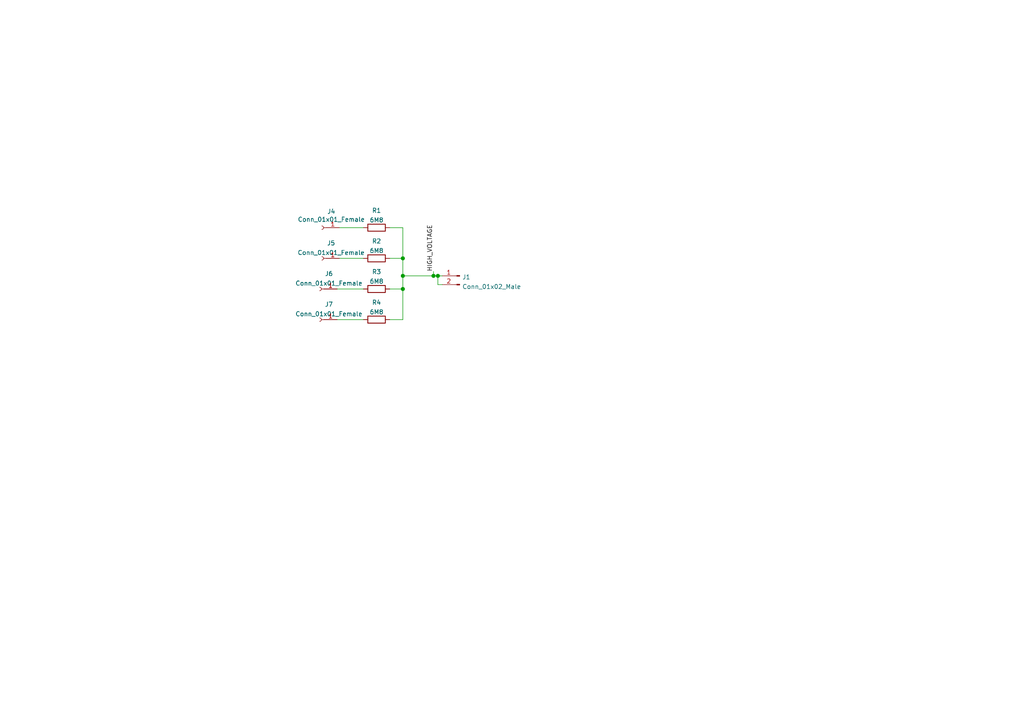
<source format=kicad_sch>
(kicad_sch (version 20210621) (generator eeschema)
  (paper "A4")
  (lib_symbols
    (symbol "Connector:Conn_01x01_Female" (pin_names (offset 1.016) hide)
      (property "Reference" "J" (at 0 2.54 0))
      (property "Value" "Conn_01x01_Female" (at 0 -2.54 0))
      (symbol "Conn_01x01_Female_1_1"
        (arc (start 0 0.508) (end 0 -0.508) (radius (at 0 0) (length 0.508) (angles 90.1 -90.1)) (stroke (width 0.1524)))
        (polyline (pts (xy -1.27 0) (xy -0.508 0)) (stroke (width 0.1524)))
        (pin passive line (at -5.08 0 0) (length 3.81) (name "Pin_1") (number "1"))
      )
    )
    (symbol "Connector:Conn_01x02_Male" (pin_names (offset 1.016) hide)
      (property "Reference" "J" (at 0 2.54 0))
      (property "Value" "Conn_01x02_Male" (at 0 -5.08 0))
      (symbol "Conn_01x02_Male_1_1"
        (rectangle (start 0.8636 -2.413) (end 0 -2.667) (stroke (width 0.1524)) (fill (type outline)))
        (rectangle (start 0.8636 0.127) (end 0 -0.127) (stroke (width 0.1524)) (fill (type outline)))
        (polyline (pts (xy 1.27 -2.54) (xy 0.8636 -2.54)) (stroke (width 0.1524)))
        (polyline (pts (xy 1.27 0) (xy 0.8636 0)) (stroke (width 0.1524)))
        (pin passive line (at 5.08 0 180) (length 3.81) (name "Pin_1") (number "1"))
        (pin passive line (at 5.08 -2.54 180) (length 3.81) (name "Pin_2") (number "2"))
      )
    )
    (symbol "Device:R" (pin_numbers hide) (pin_names (offset 0))
      (property "Reference" "R" (at 2.032 0 90))
      (property "Value" "R" (at 0 0 90))
      (symbol "R_0_1"
        (rectangle (start -1.016 -2.54) (end 1.016 2.54) (stroke (width 0.254)))
      )
      (symbol "R_1_1"
        (pin passive line (at 0 3.81 270) (length 1.27) (name "~") (number "1"))
        (pin passive line (at 0 -3.81 90) (length 1.27) (name "~") (number "2"))
      )
    )
  )
  (junction (at 116.84 74.93) (diameter 1.016))
  (junction (at 116.84 80.01) (diameter 1.016))
  (junction (at 116.84 83.82) (diameter 1.016))
  (junction (at 125.73 80.01) (diameter 1.016))
  (junction (at 127 80.01) (diameter 1.016))
  (wire (pts (xy 97.79 83.82) (xy 105.41 83.82)))
  (wire (pts (xy 97.79 92.71) (xy 105.41 92.71)))
  (wire (pts (xy 98.425 66.04) (xy 105.41 66.04)))
  (wire (pts (xy 98.425 74.93) (xy 105.41 74.93)))
  (wire (pts (xy 113.03 74.93) (xy 116.84 74.93)))
  (wire (pts (xy 113.03 83.82) (xy 116.84 83.82)))
  (wire (pts (xy 113.03 92.71) (xy 116.84 92.71)))
  (wire (pts (xy 116.84 66.04) (xy 113.03 66.04)))
  (wire (pts (xy 116.84 74.93) (xy 116.84 66.04)))
  (wire (pts (xy 116.84 80.01) (xy 116.84 74.93)))
  (wire (pts (xy 116.84 80.01) (xy 125.73 80.01)))
  (wire (pts (xy 116.84 83.82) (xy 116.84 80.01)))
  (wire (pts (xy 116.84 92.71) (xy 116.84 83.82)))
  (wire (pts (xy 125.73 78.74) (xy 125.73 80.01)))
  (wire (pts (xy 125.73 80.01) (xy 127 80.01)))
  (wire (pts (xy 127 80.01) (xy 128.27 80.01)))
  (wire (pts (xy 127 82.55) (xy 127 80.01)))
  (wire (pts (xy 128.27 82.55) (xy 127 82.55)))
  (label "HIGH_VOLTAGE" (at 125.73 78.74 90))
  (symbol (lib_id "Connector:Conn_01x01_Female") (at 92.71 83.82 0) (mirror y) (unit 1)
    (property "Reference" "J6" (at 95.4024 79.3962 0))
    (property "Value" "Conn_01x01_Female" (at 95.4024 82.1713 0))
    (property "Footprint" "CosmicRayDetector:GeigerTube" (effects hide))
  )
  (symbol (lib_id "Connector:Conn_01x01_Female") (at 92.71 92.71 0) (mirror y) (unit 1)
    (property "Reference" "J7" (at 95.4024 88.2862 0))
    (property "Value" "Conn_01x01_Female" (at 95.4024 91.0613 0))
    (property "Footprint" "CosmicRayDetector:GeigerTube" (effects hide))
  )
  (symbol (lib_id "Connector:Conn_01x01_Female") (at 93.345 66.04 0) (mirror y) (unit 1)
    (property "Reference" "J4" (at 96.0882 61.341 0))
    (property "Value" "Conn_01x01_Female" (at 96.0882 63.6524 0))
    (property "Footprint" "CosmicRayDetector:GeigerTube" (effects hide))
  )
  (symbol (lib_id "Connector:Conn_01x01_Female") (at 93.345 74.93 0) (mirror y) (unit 1)
    (property "Reference" "J5" (at 96.0374 70.5062 0))
    (property "Value" "Conn_01x01_Female" (at 96.0374 73.2813 0))
    (property "Footprint" "CosmicRayDetector:GeigerTube" (effects hide))
  )
  (symbol (lib_id "Connector:Conn_01x02_Male") (at 133.35 80.01 0) (mirror y) (unit 1)
    (property "Reference" "J1" (at 134.0613 80.3715 0) (effects (justify right)))
    (property "Value" "Conn_01x02_Male" (at 134.0613 83.1466 0) (effects (justify right)))
    (property "Footprint" "Connector_PinHeader_2.54mm:PinHeader_1x02_P2.54mm_Horizontal" (effects hide))
  )
  (symbol (lib_id "Device:R") (at 109.22 66.04 270) (unit 1)
    (property "Reference" "R1" (at 109.22 61.0574 90))
    (property "Value" "6M8" (at 109.22 63.8325 90))
    (property "Footprint" "Resistor_THT:R_Axial_DIN0207_L6.3mm_D2.5mm_P15.24mm_Horizontal" (effects hide))
  )
  (symbol (lib_id "Device:R") (at 109.22 74.93 270) (unit 1)
    (property "Reference" "R2" (at 109.22 69.9474 90))
    (property "Value" "6M8" (at 109.22 72.7225 90))
    (property "Footprint" "Resistor_THT:R_Axial_DIN0207_L6.3mm_D2.5mm_P15.24mm_Horizontal" (effects hide))
  )
  (symbol (lib_id "Device:R") (at 109.22 83.82 270) (unit 1)
    (property "Reference" "R3" (at 109.22 78.8374 90))
    (property "Value" "6M8" (at 109.22 81.6125 90))
    (property "Footprint" "Resistor_THT:R_Axial_DIN0207_L6.3mm_D2.5mm_P15.24mm_Horizontal" (effects hide))
  )
  (symbol (lib_id "Device:R") (at 109.22 92.71 270) (unit 1)
    (property "Reference" "R4" (at 109.22 87.7274 90))
    (property "Value" "6M8" (at 109.22 90.5025 90))
    (property "Footprint" "Resistor_THT:R_Axial_DIN0207_L6.3mm_D2.5mm_P15.24mm_Horizontal" (effects hide))
  )
)
</source>
